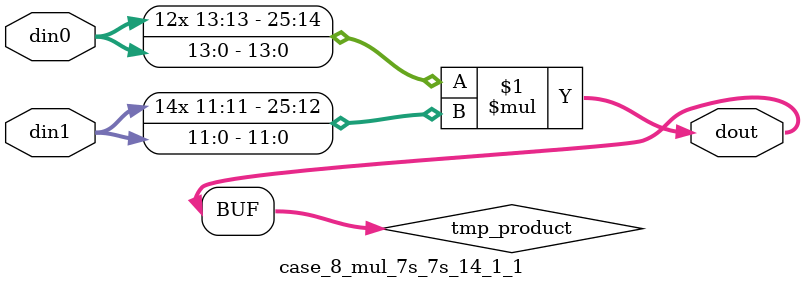
<source format=v>

`timescale 1 ns / 1 ps

 (* use_dsp = "no" *)  module case_8_mul_7s_7s_14_1_1(din0, din1, dout);
parameter ID = 1;
parameter NUM_STAGE = 0;
parameter din0_WIDTH = 14;
parameter din1_WIDTH = 12;
parameter dout_WIDTH = 26;

input [din0_WIDTH - 1 : 0] din0; 
input [din1_WIDTH - 1 : 0] din1; 
output [dout_WIDTH - 1 : 0] dout;

wire signed [dout_WIDTH - 1 : 0] tmp_product;



























assign tmp_product = $signed(din0) * $signed(din1);








assign dout = tmp_product;





















endmodule

</source>
